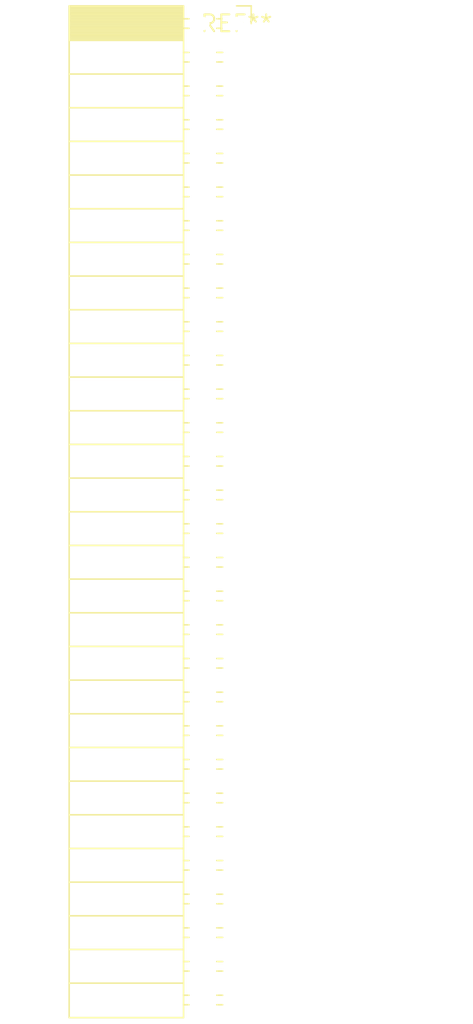
<source format=kicad_pcb>
(kicad_pcb (version 20240108) (generator pcbnew)
  (layers (0 "F.Cu" signal) (31 "B.Cu" signal) (34 "B.Paste" user) (35 "F.Paste" user) (36 "B.SilkS" user "B.Silkscreen") (37 "F.SilkS" user "F.Silkscreen") (38 "B.Mask" user) (39 "F.Mask" user) (44 "Edge.Cuts" user))
  (net 0 "")
  (footprint "PinSocket_2x30_P2.54mm_Horizontal" (layer "F.Cu") (at 0 0)
    (property "Reference" "REF**")
    (property "Value" "PinSocket_2x30_P2.54mm_Horizontal")
    (fp_line (start -12.63 -1.33) (end -12.63 74.99) (layer "F.SilkS") (stroke (width 0.12)))
    (fp_line (start -12.63 -1.33) (end -4 -1.33) (layer "F.SilkS") (stroke (width 0.12)))
    (fp_line (start -12.63 -1.21) (end -4 -1.21) (layer "F.SilkS") (stroke (width 0.12)))
    (fp_line (start -12.63 -1.091905) (end -4 -1.091905) (layer "F.SilkS") (stroke (width 0.12)))
    (fp_line (start -12.63 -0.97381) (end -4 -0.97381) (layer "F.SilkS") (stroke (width 0.12)))
    (fp_line (start -12.63 -0.855715) (end -4 -0.855715) (layer "F.SilkS") (stroke (width 0.12)))
    (fp_line (start -12.63 -0.73762) (end -4 -0.73762) (layer "F.SilkS") (stroke (width 0.12)))
    (fp_line (start -12.63 -0.619525) (end -4 -0.619525) (layer "F.SilkS") (stroke (width 0.12)))
    (fp_line (start -12.63 -0.50143) (end -4 -0.50143) (layer "F.SilkS") (stroke (width 0.12)))
    (fp_line (start -12.63 -0.383335) (end -4 -0.383335) (layer "F.SilkS") (stroke (width 0.12)))
    (fp_line (start -12.63 -0.26524) (end -4 -0.26524) (layer "F.SilkS") (stroke (width 0.12)))
    (fp_line (start -12.63 -0.147145) (end -4 -0.147145) (layer "F.SilkS") (stroke (width 0.12)))
    (fp_line (start -12.63 -0.02905) (end -4 -0.02905) (layer "F.SilkS") (stroke (width 0.12)))
    (fp_line (start -12.63 0.089045) (end -4 0.089045) (layer "F.SilkS") (stroke (width 0.12)))
    (fp_line (start -12.63 0.20714) (end -4 0.20714) (layer "F.SilkS") (stroke (width 0.12)))
    (fp_line (start -12.63 0.325235) (end -4 0.325235) (layer "F.SilkS") (stroke (width 0.12)))
    (fp_line (start -12.63 0.44333) (end -4 0.44333) (layer "F.SilkS") (stroke (width 0.12)))
    (fp_line (start -12.63 0.561425) (end -4 0.561425) (layer "F.SilkS") (stroke (width 0.12)))
    (fp_line (start -12.63 0.67952) (end -4 0.67952) (layer "F.SilkS") (stroke (width 0.12)))
    (fp_line (start -12.63 0.797615) (end -4 0.797615) (layer "F.SilkS") (stroke (width 0.12)))
    (fp_line (start -12.63 0.91571) (end -4 0.91571) (layer "F.SilkS") (stroke (width 0.12)))
    (fp_line (start -12.63 1.033805) (end -4 1.033805) (layer "F.SilkS") (stroke (width 0.12)))
    (fp_line (start -12.63 1.1519) (end -4 1.1519) (layer "F.SilkS") (stroke (width 0.12)))
    (fp_line (start -12.63 1.27) (end -4 1.27) (layer "F.SilkS") (stroke (width 0.12)))
    (fp_line (start -12.63 3.81) (end -4 3.81) (layer "F.SilkS") (stroke (width 0.12)))
    (fp_line (start -12.63 6.35) (end -4 6.35) (layer "F.SilkS") (stroke (width 0.12)))
    (fp_line (start -12.63 8.89) (end -4 8.89) (layer "F.SilkS") (stroke (width 0.12)))
    (fp_line (start -12.63 11.43) (end -4 11.43) (layer "F.SilkS") (stroke (width 0.12)))
    (fp_line (start -12.63 13.97) (end -4 13.97) (layer "F.SilkS") (stroke (width 0.12)))
    (fp_line (start -12.63 16.51) (end -4 16.51) (layer "F.SilkS") (stroke (width 0.12)))
    (fp_line (start -12.63 19.05) (end -4 19.05) (layer "F.SilkS") (stroke (width 0.12)))
    (fp_line (start -12.63 21.59) (end -4 21.59) (layer "F.SilkS") (stroke (width 0.12)))
    (fp_line (start -12.63 24.13) (end -4 24.13) (layer "F.SilkS") (stroke (width 0.12)))
    (fp_line (start -12.63 26.67) (end -4 26.67) (layer "F.SilkS") (stroke (width 0.12)))
    (fp_line (start -12.63 29.21) (end -4 29.21) (layer "F.SilkS") (stroke (width 0.12)))
    (fp_line (start -12.63 31.75) (end -4 31.75) (layer "F.SilkS") (stroke (width 0.12)))
    (fp_line (start -12.63 34.29) (end -4 34.29) (layer "F.SilkS") (stroke (width 0.12)))
    (fp_line (start -12.63 36.83) (end -4 36.83) (layer "F.SilkS") (stroke (width 0.12)))
    (fp_line (start -12.63 39.37) (end -4 39.37) (layer "F.SilkS") (stroke (width 0.12)))
    (fp_line (start -12.63 41.91) (end -4 41.91) (layer "F.SilkS") (stroke (width 0.12)))
    (fp_line (start -12.63 44.45) (end -4 44.45) (layer "F.SilkS") (stroke (width 0.12)))
    (fp_line (start -12.63 46.99) (end -4 46.99) (layer "F.SilkS") (stroke (width 0.12)))
    (fp_line (start -12.63 49.53) (end -4 49.53) (layer "F.SilkS") (stroke (width 0.12)))
    (fp_line (start -12.63 52.07) (end -4 52.07) (layer "F.SilkS") (stroke (width 0.12)))
    (fp_line (start -12.63 54.61) (end -4 54.61) (layer "F.SilkS") (stroke (width 0.12)))
    (fp_line (start -12.63 57.15) (end -4 57.15) (layer "F.SilkS") (stroke (width 0.12)))
    (fp_line (start -12.63 59.69) (end -4 59.69) (layer "F.SilkS") (stroke (width 0.12)))
    (fp_line (start -12.63 62.23) (end -4 62.23) (layer "F.SilkS") (stroke (width 0.12)))
    (fp_line (start -12.63 64.77) (end -4 64.77) (layer "F.SilkS") (stroke (width 0.12)))
    (fp_line (start -12.63 67.31) (end -4 67.31) (layer "F.SilkS") (stroke (width 0.12)))
    (fp_line (start -12.63 69.85) (end -4 69.85) (layer "F.SilkS") (stroke (width 0.12)))
    (fp_line (start -12.63 72.39) (end -4 72.39) (layer "F.SilkS") (stroke (width 0.12)))
    (fp_line (start -12.63 74.99) (end -4 74.99) (layer "F.SilkS") (stroke (width 0.12)))
    (fp_line (start -4 -1.33) (end -4 74.99) (layer "F.SilkS") (stroke (width 0.12)))
    (fp_line (start -4 -0.36) (end -3.59 -0.36) (layer "F.SilkS") (stroke (width 0.12)))
    (fp_line (start -4 0.36) (end -3.59 0.36) (layer "F.SilkS") (stroke (width 0.12)))
    (fp_line (start -4 2.18) (end -3.59 2.18) (layer "F.SilkS") (stroke (width 0.12)))
    (fp_line (start -4 2.9) (end -3.59 2.9) (layer "F.SilkS") (stroke (width 0.12)))
    (fp_line (start -4 4.72) (end -3.59 4.72) (layer "F.SilkS") (stroke (width 0.12)))
    (fp_line (start -4 5.44) (end -3.59 5.44) (layer "F.SilkS") (stroke (width 0.12)))
    (fp_line (start -4 7.26) (end -3.59 7.26) (layer "F.SilkS") (stroke (width 0.12)))
    (fp_line (start -4 7.98) (end -3.59 7.98) (layer "F.SilkS") (stroke (width 0.12)))
    (fp_line (start -4 9.8) (end -3.59 9.8) (layer "F.SilkS") (stroke (width 0.12)))
    (fp_line (start -4 10.52) (end -3.59 10.52) (layer "F.SilkS") (stroke (width 0.12)))
    (fp_line (start -4 12.34) (end -3.59 12.34) (layer "F.SilkS") (stroke (width 0.12)))
    (fp_line (start -4 13.06) (end -3.59 13.06) (layer "F.SilkS") (stroke (width 0.12)))
    (fp_line (start -4 14.88) (end -3.59 14.88) (layer "F.SilkS") (stroke (width 0.12)))
    (fp_line (start -4 15.6) (end -3.59 15.6) (layer "F.SilkS") (stroke (width 0.12)))
    (fp_line (start -4 17.42) (end -3.59 17.42) (layer "F.SilkS") (stroke (width 0.12)))
    (fp_line (start -4 18.14) (end -3.59 18.14) (layer "F.SilkS") (stroke (width 0.12)))
    (fp_line (start -4 19.96) (end -3.59 19.96) (layer "F.SilkS") (stroke (width 0.12)))
    (fp_line (start -4 20.68) (end -3.59 20.68) (layer "F.SilkS") (stroke (width 0.12)))
    (fp_line (start -4 22.5) (end -3.59 22.5) (layer "F.SilkS") (stroke (width 0.12)))
    (fp_line (start -4 23.22) (end -3.59 23.22) (layer "F.SilkS") (stroke (width 0.12)))
    (fp_line (start -4 25.04) (end -3.59 25.04) (layer "F.SilkS") (stroke (width 0.12)))
    (fp_line (start -4 25.76) (end -3.59 25.76) (layer "F.SilkS") (stroke (width 0.12)))
    (fp_line (start -4 27.58) (end -3.59 27.58) (layer "F.SilkS") (stroke (width 0.12)))
    (fp_line (start -4 28.3) (end -3.59 28.3) (layer "F.SilkS") (stroke (width 0.12)))
    (fp_line (start -4 30.12) (end -3.59 30.12) (layer "F.SilkS") (stroke (width 0.12)))
    (fp_line (start -4 30.84) (end -3.59 30.84) (layer "F.SilkS") (stroke (width 0.12)))
    (fp_line (start -4 32.66) (end -3.59 32.66) (layer "F.SilkS") (stroke (width 0.12)))
    (fp_line (start -4 33.38) (end -3.59 33.38) (layer "F.SilkS") (stroke (width 0.12)))
    (fp_line (start -4 35.2) (end -3.59 35.2) (layer "F.SilkS") (stroke (width 0.12)))
    (fp_line (start -4 35.92) (end -3.59 35.92) (layer "F.SilkS") (stroke (width 0.12)))
    (fp_line (start -4 37.74) (end -3.59 37.74) (layer "F.SilkS") (stroke (width 0.12)))
    (fp_line (start -4 38.46) (end -3.59 38.46) (layer "F.SilkS") (stroke (width 0.12)))
    (fp_line (start -4 40.28) (end -3.59 40.28) (layer "F.SilkS") (stroke (width 0.12)))
    (fp_line (start -4 41) (end -3.59 41) (layer "F.SilkS") (stroke (width 0.12)))
    (fp_line (start -4 42.82) (end -3.59 42.82) (layer "F.SilkS") (stroke (width 0.12)))
    (fp_line (start -4 43.54) (end -3.59 43.54) (layer "F.SilkS") (stroke (width 0.12)))
    (fp_line (start -4 45.36) (end -3.59 45.36) (layer "F.SilkS") (stroke (width 0.12)))
    (fp_line (start -4 46.08) (end -3.59 46.08) (layer "F.SilkS") (stroke (width 0.12)))
    (fp_line (start -4 47.9) (end -3.59 47.9) (layer "F.SilkS") (stroke (width 0.12)))
    (fp_line (start -4 48.62) (end -3.59 48.62) (layer "F.SilkS") (stroke (width 0.12)))
    (fp_line (start -4 50.44) (end -3.59 50.44) (layer "F.SilkS") (stroke (width 0.12)))
    (fp_line (start -4 51.16) (end -3.59 51.16) (layer "F.SilkS") (stroke (width 0.12)))
    (fp_line (start -4 52.98) (end -3.59 52.98) (layer "F.SilkS") (stroke (width 0.12)))
    (fp_line (start -4 53.7) (end -3.59 53.7) (layer "F.SilkS") (stroke (width 0.12)))
    (fp_line (start -4 55.52) (end -3.59 55.52) (layer "F.SilkS") (stroke (width 0.12)))
    (fp_line (start -4 56.24) (end -3.59 56.24) (layer "F.SilkS") (stroke (width 0.12)))
    (fp_line (start -4 58.06) (end -3.59 58.06) (layer "F.SilkS") (stroke (width 0.12)))
    (fp_line (start -4 58.78) (end -3.59 58.78) (layer "F.SilkS") (stroke (width 0.12)))
    (fp_line (start -4 60.6) (end -3.59 60.6) (layer "F.SilkS") (stroke (width 0.12)))
    (fp_line (start -4 61.32) (end -3.59 61.32) (layer "F.SilkS") (stroke (width 0.12)))
    (fp_line (start -4 63.14) (end -3.59 63.14) (layer "F.SilkS") (stroke (width 0.12)))
    (fp_line (start -4 63.86) (end -3.59 63.86) (layer "F.SilkS") (stroke (width 0.12)))
    (fp_line (start -4 65.68) (end -3.59 65.68) (layer "F.SilkS") (stroke (width 0.12)))
    (fp_line (start -4 66.4) (end -3.59 66.4) (layer "F.SilkS") (stroke (width 0.12)))
    (fp_line (start -4 68.22) (end -3.59 68.22) (layer "F.SilkS") (stroke (width 0.12)))
    (fp_line (start -4 68.94) (end -3.59 68.94) (layer "F.SilkS") (stroke (width 0.12)))
    (fp_line (start -4 70.76) (end -3.59 70.76) (layer "F.SilkS") (stroke (width 0.12)))
    (fp_line (start -4 71.48) (end -3.59 71.48) (layer "F.SilkS") (stroke (width 0.12)))
    (fp_line (start -4 73.3) (end -3.59 73.3) (layer "F.SilkS") (stroke (width 0.12)))
    (fp_line (start -4 74.02) (end -3.59 74.02) (layer "F.SilkS") (stroke (width 0.12)))
    (fp_line (start -1.49 -0.36) (end -1.11 -0.36) (layer "F.SilkS") (stroke (width 0.12)))
    (fp_line (start -1.49 0.36) (end -1.11 0.36) (layer "F.SilkS") (stroke (width 0.12)))
    (fp_line (start -1.49 2.18) (end -1.05 2.18) (layer "F.SilkS") (stroke (width 0.12)))
    (fp_line (start -1.49 2.9) (end -1.05 2.9) (layer "F.SilkS") (stroke (width 0.12)))
    (fp_line (start -1.49 4.72) (end -1.05 4.72) (layer "F.SilkS") (stroke (width 0.12)))
    (fp_line (start -1.49 5.44) (end -1.05 5.44) (layer "F.SilkS") (stroke (width 0.12)))
    (fp_line (start -1.49 7.26) (end -1.05 7.26) (layer "F.SilkS") (stroke (width 0.12)))
    (fp_line (start -1.49 7.98) (end -1.05 7.98) (layer "F.SilkS") (stroke (width 0.12)))
    (fp_line (start -1.49 9.8) (end -1.05 9.8) (layer "F.SilkS") (stroke (width 0.12)))
    (fp_line (start -1.49 10.52) (end -1.05 10.52) (layer "F.SilkS") (stroke (width 0.12)))
    (fp_line (start -1.49 12.34) (end -1.05 12.34) (layer "F.SilkS") (stroke (width 0.12)))
    (fp_line (start -1.49 13.06) (end -1.05 13.06) (layer "F.SilkS") (stroke (width 0.12)))
    (fp_line (start -1.49 14.88) (end -1.05 14.88) (layer "F.SilkS") (stroke (width 0.12)))
    (fp_line (start -1.49 15.6) (end -1.05 15.6) (layer "F.SilkS") (stroke (width 0.12)))
    (fp_line (start -1.49 17.42) (end -1.05 17.42) (layer "F.SilkS") (stroke (width 0.12)))
    (fp_line (start -1.49 18.14) (end -1.05 18.14) (layer "F.SilkS") (stroke (width 0.12)))
    (fp_line (start -1.49 19.96) (end -1.05 19.96) (layer "F.SilkS") (stroke (width 0.12)))
    (fp_line (start -1.49 20.68) (end -1.05 20.68) (layer "F.SilkS") (stroke (width 0.12)))
    (fp_line (start -1.49 22.5) (end -1.05 22.5) (layer "F.SilkS") (stroke (width 0.12)))
    (fp_line (start -1.49 23.22) (end -1.05 23.22) (layer "F.SilkS") (stroke (width 0.12)))
    (fp_line (start -1.49 25.04) (end -1.05 25.04) (layer "F.SilkS") (stroke (width 0.12)))
    (fp_line (start -1.49 25.76) (end -1.05 25.76) (layer "F.SilkS") (stroke (width 0.12)))
    (fp_line (start -1.49 27.58) (end -1.05 27.58) (layer "F.SilkS") (stroke (width 0.12)))
    (fp_line (start -1.49 28.3) (end -1.05 28.3) (layer "F.SilkS") (stroke (width 0.12)))
    (fp_line (start -1.49 30.12) (end -1.05 30.12) (layer "F.SilkS") (stroke (width 0.12)))
    (fp_line (start -1.49 30.84) (end -1.05 30.84) (layer "F.SilkS") (stroke (width 0.12)))
    (fp_line (start -1.49 32.66) (end -1.05 32.66) (layer "F.SilkS") (stroke (width 0.12)))
    (fp_line (start -1.49 33.38) (end -1.05 33.38) (layer "F.SilkS") (stroke (width 0.12)))
    (fp_line (start -1.49 35.2) (end -1.05 35.2) (layer "F.SilkS") (stroke (width 0.12)))
    (fp_line (start -1.49 35.92) (end -1.05 35.92) (layer "F.SilkS") (stroke (width 0.12)))
    (fp_line (start -1.49 37.74) (end -1.05 37.74) (layer "F.SilkS") (stroke (width 0.12)))
    (fp_line (start -1.49 38.46) (end -1.05 38.46) (layer "F.SilkS") (stroke (width 0.12)))
    (fp_line (start -1.49 40.28) (end -1.05 40.28) (layer "F.SilkS") (stroke (width 0.12)))
    (fp_line (start -1.49 41) (end -1.05 41) (layer "F.SilkS") (stroke (width 0.12)))
    (fp_line (start -1.49 42.82) (end -1.05 42.82) (layer "F.SilkS") (stroke (width 0.12)))
    (fp_line (start -1.49 43.54) (end -1.05 43.54) (layer "F.SilkS") (stroke (width 0.12)))
    (fp_line (start -1.49 45.36) (end -1.05 45.36) (layer "F.SilkS") (stroke (width 0.12)))
    (fp_line (start -1.49 46.08) (end -1.05 46.08) (layer "F.SilkS") (stroke (width 0.12)))
    (fp_line (start -1.49 47.9) (end -1.05 47.9) (layer "F.SilkS") (stroke (width 0.12)))
    (fp_line (start -1.49 48.62) (end -1.05 48.62) (layer "F.SilkS") (stroke (width 0.12)))
    (fp_line (start -1.49 50.44) (end -1.05 50.44) (layer "F.SilkS") (stroke (width 0.12)))
    (fp_line (start -1.49 51.16) (end -1.05 51.16) (layer "F.SilkS") (stroke (width 0.12)))
    (fp_line (start -1.49 52.98) (end -1.05 52.98) (layer "F.SilkS") (stroke (width 0.12)))
    (fp_line (start -1.49 53.7) (end -1.05 53.7) (layer "F.SilkS") (stroke (width 0.12)))
    (fp_line (start -1.49 55.52) (end -1.05 55.52) (layer "F.SilkS") (stroke (width 0.12)))
    (fp_line (start -1.49 56.24) (end -1.05 56.24) (layer "F.SilkS") (stroke (width 0.12)))
    (fp_line (start -1.49 58.06) (end -1.05 58.06) (layer "F.SilkS") (stroke (width 0.12)))
    (fp_line (start -1.49 58.78) (end -1.05 58.78) (layer "F.SilkS") (stroke (width 0.12)))
    (fp_line (start -1.49 60.6) (end -1.05 60.6) (layer "F.SilkS") (stroke (width 0.12)))
    (fp_line (start -1.49 61.32) (end -1.05 61.32) (layer "F.SilkS") (stroke (width 0.12)))
    (fp_line (start -1.49 63.14) (end -1.05 63.14) (layer "F.SilkS") (stroke (width 0.12)))
    (fp_line (start -1.49 63.86) (end -1.05 63.86) (layer "F.SilkS") (stroke (width 0.12)))
    (fp_line (start -1.49 65.68) (end -1.05 65.68) (layer "F.SilkS") (stroke (width 0.12)))
    (fp_line (start -1.49 66.4) (end -1.05 66.4) (layer "F.SilkS") (stroke (width 0.12)))
    (fp_line (start -1.49 68.22) (end -1.05 68.22) (layer "F.SilkS") (stroke (width 0.12)))
    (fp_line (start -1.49 68.94) (end -1.05 68.94) (layer "F.SilkS") (stroke (width 0.12)))
    (fp_line (start -1.49 70.76) (end -1.05 70.76) (layer "F.SilkS") (stroke (width 0.12)))
    (fp_line (start -1.49 71.48) (end -1.05 71.48) (layer "F.SilkS") (stroke (width 0.12)))
    (fp_line (start -1.49 73.3) (end -1.05 73.3) (layer "F.SilkS") (stroke (width 0.12)))
    (fp_line (start -1.49 74.02) (end -1.05 74.02) (layer "F.SilkS") (stroke (width 0.12)))
    (fp_line (start 0 -1.33) (end 1.11 -1.33) (layer "F.SilkS") (stroke (width 0.12)))
    (fp_line (start 1.11 -1.33) (end 1.11 0) (layer "F.SilkS") (stroke (width 0.12)))
    (pad "1" thru_hole rect (at 0 0) (size 1.7 1.7) (drill 1) (layers *.Cu *.Mask) (remove_unused_layers))
    (pad "2" thru_hole oval (at -2.54 0) (size 1.7 1.7) (drill 1) (layers *.Cu *.Mask) (remove_unused_layers))
    (pad "3" thru_hole oval (at 0 2.54) (size 1.7 1.7) (drill 1) (layers *.Cu *.Mask) (remove_unused_layers))
    (pad "4" thru_hole oval (at -2.54 2.54) (size 1.7 1.7) (drill 1) (layers *.Cu *.Mask) (remove_unused_layers))
    (pad "5" thru_hole oval (at 0 5.08) (size 1.7 1.7) (drill 1) (layers *.Cu *.Mask) (remove_unused_layers))
    (pad "6" thru_hole oval (at -2.54 5.08) (size 1.7 1.7) (drill 1) (layers *.Cu *.Mask) (remove_unused_layers))
    (pad "7" thru_hole oval (at 0 7.62) (size 1.7 1.7) (drill 1) (layers *.Cu *.Mask) (remove_unused_layers))
    (pad "8" thru_hole oval (at -2.54 7.62) (size 1.7 1.7) (drill 1) (layers *.Cu *.Mask) (remove_unused_layers))
    (pad "9" thru_hole oval (at 0 10.16) (size 1.7 1.7) (drill 1) (layers *.Cu *.Mask) (remove_unused_layers))
    (pad "10" thru_hole oval (at -2.54 10.16) (size 1.7 1.7) (drill 1) (layers *.Cu *.Mask) (remove_unused_layers))
    (pad "11" thru_hole oval (at 0 12.7) (size 1.7 1.7) (drill 1) (layers *.Cu *.Mask) (remove_unused_layers))
    (pad "12" thru_hole oval (at -2.54 12.7) (size 1.7 1.7) (drill 1) (layers *.Cu *.Mask) (remove_unused_layers))
    (pad "13" thru_hole oval (at 0 15.24) (size 1.7 1.7) (drill 1) (layers *.Cu *.Mask) (remove_unused_layers))
    (pad "14" thru_hole oval (at -2.54 15.24) (size 1.7 1.7) (drill 1) (layers *.Cu *.Mask) (remove_unused_layers))
    (pad "15" thru_hole oval (at 0 17.78) (size 1.7 1.7) (drill 1) (layers *.Cu *.Mask) (remove_unused_layers))
    (pad "16" thru_hole oval (at -2.54 17.78) (size 1.7 1.7) (drill 1) (layers *.Cu *.Mask) (remove_unused_layers))
    (pad "17" thru_hole oval (at 0 20.32) (size 1.7 1.7) (drill 1) (layers *.Cu *.Mask) (remove_unused_layers))
    (pad "18" thru_hole oval (at -2.54 20.32) (size 1.7 1.7) (drill 1) (layers *.Cu *.Mask) (remove_unused_layers))
    (pad "19" thru_hole oval (at 0 22.86) (size 1.7 1.7) (drill 1) (layers *.Cu *.Mask) (remove_unused_layers))
    (pad "20" thru_hole oval (at -2.54 22.86) (size 1.7 1.7) (drill 1) (layers *.Cu *.Mask) (remove_unused_layers))
    (pad "21" thru_hole oval (at 0 25.4) (size 1.7 1.7) (drill 1) (layers *.Cu *.Mask) (remove_unused_layers))
    (pad "22" thru_hole oval (at -2.54 25.4) (size 1.7 1.7) (drill 1) (layers *.Cu *.Mask) (remove_unused_layers))
    (pad "23" thru_hole oval (at 0 27.94) (size 1.7 1.7) (drill 1) (layers *.Cu *.Mask) (remove_unused_layers))
    (pad "24" thru_hole oval (at -2.54 27.94) (size 1.7 1.7) (drill 1) (layers *.Cu *.Mask) (remove_unused_layers))
    (pad "25" thru_hole oval (at 0 30.48) (size 1.7 1.7) (drill 1) (layers *.Cu *.Mask) (remove_unused_layers))
    (pad "26" thru_hole oval (at -2.54 30.48) (size 1.7 1.7) (drill 1) (layers *.Cu *.Mask) (remove_unused_layers))
    (pad "27" thru_hole oval (at 0 33.02) (size 1.7 1.7) (drill 1) (layers *.Cu *.Mask) (remove_unused_layers))
    (pad "28" thru_hole oval (at -2.54 33.02) (size 1.7 1.7) (drill 1) (layers *.Cu *.Mask) (remove_unused_layers))
    (pad "29" thru_hole oval (at 0 35.56) (size 1.7 1.7) (drill 1) (layers *.Cu *.Mask) (remove_unused_layers))
    (pad "30" thru_hole oval (at -2.54 35.56) (size 1.7 1.7) (drill 1) (layers *.Cu *.Mask) (remove_unused_layers))
    (pad "31" thru_hole oval (at 0 38.1) (size 1.7 1.7) (drill 1) (layers *.Cu *.Mask) (remove_unused_layers))
    (pad "32" thru_hole oval (at -2.54 38.1) (size 1.7 1.7) (drill 1) (layers *.Cu *.Mask) (remove_unused_layers))
    (pad "33" thru_hole oval (at 0 40.64) (size 1.7 1.7) (drill 1) (layers *.Cu *.Mask) (remove_unused_layers))
    (pad "34" thru_hole oval (at -2.54 40.64) (size 1.7 1.7) (drill 1) (layers *.Cu *.Mask) (remove_unused_layers))
    (pad "35" thru_hole oval (at 0 43.18) (size 1.7 1.7) (drill 1) (layers *.Cu *.Mask) (remove_unused_layers))
    (pad "36" thru_hole oval (at -2.54 43.18) (size 1.7 1.7) (drill 1) (layers *.Cu *.Mask) (remove_unused_layers))
    (pad "37" thru_hole oval (at 0 45.72) (size 1.7 1.7) (drill 1) (layers *.Cu *.Mask) (remove_unused_layers))
    (pad "38" thru_hole oval (at -2.54 45.72) (size 1.7 1.7) (drill 1) (layers *.Cu *.Mask) (remove_unused_layers))
    (pad "39" thru_hole oval (at 0 48.26) (size 1.7 1.7) (drill 1) (layers *.Cu *.Mask) (remove_unused_layers))
    (pad "40" thru_hole oval (at -2.54 48.26) (size 1.7 1.7) (drill 1) (layers *.Cu *.Mask) (remove_unused_layers))
    (pad "41" thru_hole oval (at 0 50.8) (size 1.7 1.7) (drill 1) (layers *.Cu *.Mask) (remove_unused_layers))
    (pad "42" thru_hole oval (at -2.54 50.8) (size 1.7 1.7) (drill 1) (layers *.Cu *.Mask) (remove_unused_layers))
    (pad "43" thru_hole oval (at 0 53.34) (size 1.7 1.7) (drill 1) (layers *.Cu *.Mask) (remove_unused_layers))
    (pad "44" thru_hole oval (at -2.54 53.34) (size 1.7 1.7) (drill 1) (layers *.Cu *.Mask) (remove_unused_layers))
    (pad "45" thru_hole oval (at 0 55.88) (size 1.7 1.7) (drill 1) (layers *.Cu *.Mask) (remove_unused_layers))
    (pad "46" thru_hole oval (at -2.54 55.88) (size 1.7 1.7) (drill 1) (layers *.Cu *.Mask) (remove_unused_layers))
    (pad "47" thru_hole oval (at 0 58.42) (size 1.7 1.7) (drill 1) (layers *.Cu *.Mask) (remove_unused_layers))
    (pad "48" thru_hole oval (at -2.54 58.42) (size 1.7 1.7) (drill 1) (layers *.Cu *.Mask) (remove_unused_layers))
    (pad "49" thru_hole oval (at 0 60.96) (size 1.7 1.7) (drill 1) (layers *.Cu *.Mask) (remove_unused_layers))
    (pad "50" thru_hole oval (at -2.54 60.96) (size 1.7 1.7) (drill 1) (layers *.Cu *.Mask) (remove_unused_layers))
    (pad "51" thru_hole oval (at 0 63.5) (size 1.7 1.7) (drill 1) (layers *.Cu *.Mask) (remove_unused_layers))
    (pad "52" thru_hole oval (at -2.54 63.5) (size 1.7 1.7) (drill 1) (layers *.Cu *.Mask) (remove_unused_layers))
    (pad "53" thru_hole oval (at 0 66.04) (size 1.7 1.7) (drill 1) (layers *.Cu *.Mask) (remove_unused_layers))
    (pad "54" thru_hole oval (at -2.54 66.04) (size 1.7 1.7) (drill 1) (layers *.Cu *.Mask) (remove_unused_layers))
    (pad "55" thru_hole oval (at 0 68.58) (size 1.7 1.7) (drill 1) (layers *.Cu *.Mask) (remove_unused_layers))
    (pad "56" thru_hole oval (at -2.54 68.58) (size 1.7 1.7) (drill 1) (layers *.Cu *.Mask) (remove_unused_layers))
    (pad "57" thru_hole oval (at 0 71.12) (size 1.7 1.7) (drill 1) (layers *.Cu *.Mask) (remove_unused_layers))
    (pad "58" thru_hole oval (at -2.54 71.12) (size 1.7 1.7) (drill 1) (layers *.Cu *.Mask) (remove_unused_layers))
    (pad "59" thru_hole oval (at 0 73.66) (size 1.7 1.7) (drill 1) (layers *.Cu *.Mask) (remove_unused_layers))
    (pad "60" thru_hole oval (at -2.54 73.66) (size 1.7 1.7) (drill 1) (layers *.Cu *.Mask) (remove_unused_layers))
  )
)
</source>
